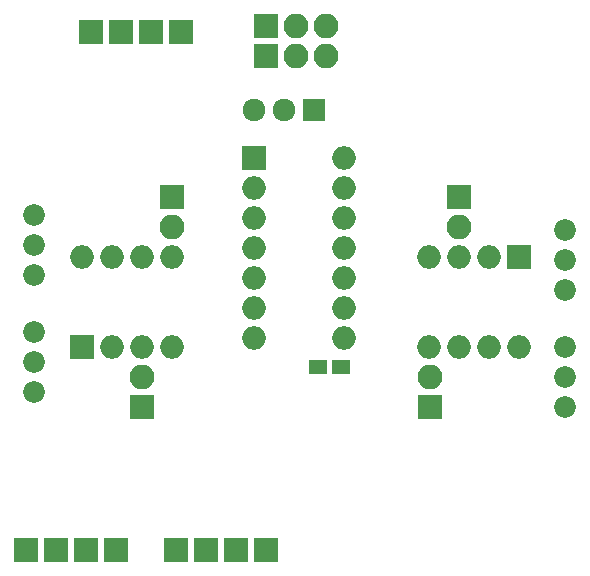
<source format=gbr>
G04 #@! TF.FileFunction,Soldermask,Bot*
%FSLAX46Y46*%
G04 Gerber Fmt 4.6, Leading zero omitted, Abs format (unit mm)*
G04 Created by KiCad (PCBNEW 4.0.6) date 07/20/17 01:45:34*
%MOMM*%
%LPD*%
G01*
G04 APERTURE LIST*
%ADD10C,0.100000*%
%ADD11R,1.600000X1.150000*%
%ADD12R,2.100000X2.100000*%
%ADD13O,2.100000X2.100000*%
%ADD14R,2.000000X2.000000*%
%ADD15O,2.000000X2.000000*%
%ADD16C,1.840000*%
%ADD17C,1.920000*%
%ADD18R,1.920000X1.920000*%
G04 APERTURE END LIST*
D10*
D11*
X26609000Y-80391000D03*
X28509000Y-80391000D03*
D12*
X22225000Y-54102000D03*
D13*
X24765000Y-54102000D03*
X27305000Y-54102000D03*
D12*
X22225000Y-51562000D03*
D13*
X24765000Y-51562000D03*
X27305000Y-51562000D03*
D14*
X43607000Y-71092000D03*
D15*
X35987000Y-78712000D03*
X41067000Y-71092000D03*
X38527000Y-78712000D03*
X38527000Y-71092000D03*
X41067000Y-78712000D03*
X35987000Y-71092000D03*
X43607000Y-78712000D03*
D14*
X6604000Y-78740000D03*
D15*
X14224000Y-71120000D03*
X9144000Y-78740000D03*
X11684000Y-71120000D03*
X11684000Y-78740000D03*
X9144000Y-71120000D03*
X14224000Y-78740000D03*
X6604000Y-71120000D03*
D16*
X47498000Y-78740000D03*
X47498000Y-81280000D03*
X47498000Y-83820000D03*
X47498000Y-68834000D03*
X47498000Y-71374000D03*
X47498000Y-73914000D03*
X2540000Y-72644000D03*
X2540000Y-70104000D03*
X2540000Y-67564000D03*
X2540000Y-82550000D03*
X2540000Y-80010000D03*
X2540000Y-77470000D03*
D12*
X36068000Y-83820000D03*
D13*
X36068000Y-81280000D03*
D12*
X38527000Y-66012000D03*
D13*
X38527000Y-68552000D03*
D12*
X14224000Y-66040000D03*
D13*
X14224000Y-68580000D03*
D12*
X11684000Y-83820000D03*
D13*
X11684000Y-81280000D03*
D12*
X14986000Y-52070000D03*
X12446000Y-52070000D03*
X22225000Y-95885000D03*
X19685000Y-95885000D03*
X9525000Y-95885000D03*
X6985000Y-95885000D03*
X9906000Y-52070000D03*
X7366000Y-52070000D03*
X17145000Y-95885000D03*
X14605000Y-95885000D03*
X4445000Y-95885000D03*
X1905000Y-95885000D03*
D14*
X21209000Y-62738000D03*
D15*
X28829000Y-77978000D03*
X21209000Y-65278000D03*
X28829000Y-75438000D03*
X21209000Y-67818000D03*
X28829000Y-72898000D03*
X21209000Y-70358000D03*
X28829000Y-70358000D03*
X21209000Y-72898000D03*
X28829000Y-67818000D03*
X21209000Y-75438000D03*
X28829000Y-65278000D03*
X21209000Y-77978000D03*
X28829000Y-62738000D03*
D17*
X23749000Y-58674000D03*
X21209000Y-58674000D03*
D18*
X26289000Y-58674000D03*
M02*

</source>
